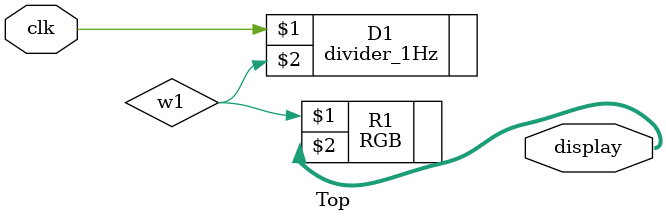
<source format=v>
`timescale 1ns / 1ps


module Top(clk,display);

input clk;
output [2:0]display;


wire [2:0]display;
wire w1; //connect divider and RGB


  divider_1Hz D1(clk,w1);
  RGB R1(w1,display);
  
endmodule


</source>
